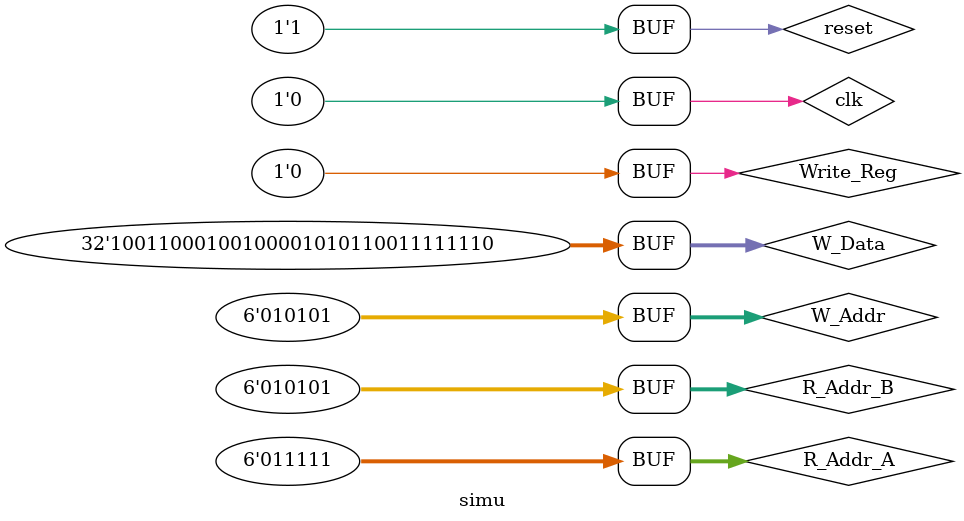
<source format=v>
`timescale 1ns / 1ps

module simu;
    reg reset;
    reg clk;
    reg Write_Reg;
    reg [5:0] R_Addr_A;
    reg [5:0] R_Addr_B;
    reg [5:0] W_Addr;
    reg [31:0] W_Data;
    wire [31:0] R_Data_A;
    wire [31:0] R_Data_B;
    
    RegisterFile uut(
        .R_Addr_A(R_Addr_A),
        .R_Addr_B(R_Addr_B),
        .W_Addr(W_Addr),
        .W_Data(W_Data),
        .reset(reset),
        .clk(clk),
        .Write_Reg(Write_Reg),
        .R_Data_A(R_Data_A),
        .R_Data_B(R_Data_B)
    );
    
    initial begin
        clk = 0;
        reset = 0;
        Write_Reg = 0;
        R_Addr_A = 0;
        R_Addr_B = 0;
        W_Addr = 0;
        W_Data = 0;
        #10;
        R_Addr_A = 5'b00001;
        R_Addr_B = 5'b00010;
        W_Addr = 5'b00001;
        W_Data = 32'h12345678;
        Write_Reg = 1;
        clk = 1;
        #10;
        clk = 0;
        #10;
        W_Addr = 5'b00010;
        W_Data = 32'h87654321;
        Write_Reg = 1;
        clk = 1;
        #10;
        clk = 0;
        #10;
        R_Addr_A = 0;
        R_Addr_B = 0;
        W_Addr = 5'b11111;
        W_Data = 32'h89abcedef;
        Write_Reg = 1;
        clk = 1;
        #10;
        clk = 0;
        #10;
        W_Addr = 5'b10101;
        W_Data = 32'h9890acfe;
        Write_Reg = 1;
        clk = 1;
        #10;
        Write_Reg = 0;
        R_Addr_A = 5'b11111;
        R_Addr_B = 5'b10101;
        clk = 0;
        #10;
        reset = 1;
        clk = 1;
        #10;
        R_Addr_A = 5'b00001;
        R_Addr_B = 5'b00010;
        clk = 0;
        #10;
        R_Addr_A = 5'b11111;
        R_Addr_B = 5'b10101;
        
    end
endmodule

</source>
